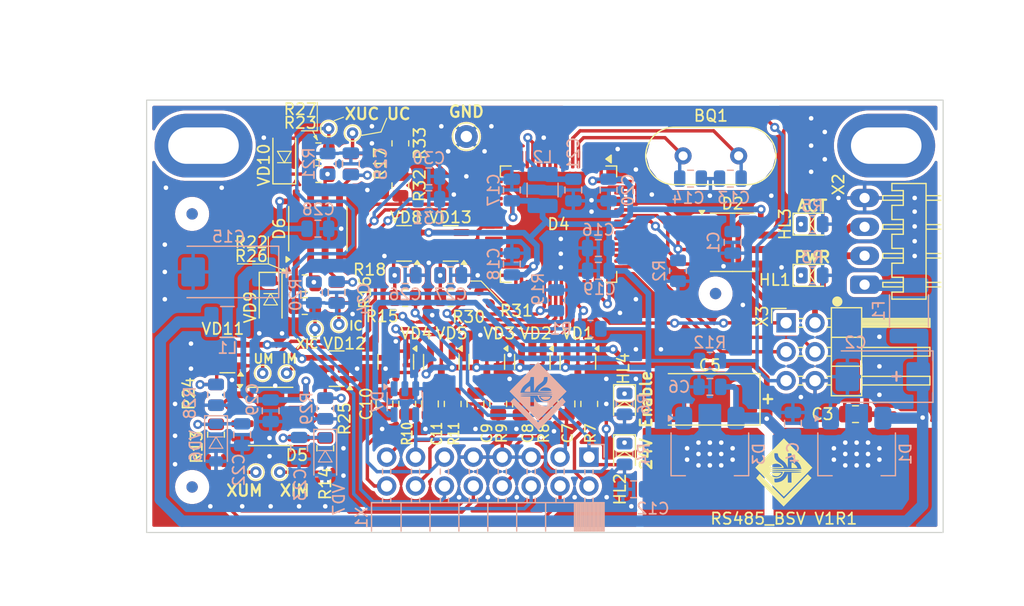
<source format=kicad_pcb>
(kicad_pcb
	(version 20240108)
	(generator "pcbnew")
	(generator_version "8.0")
	(general
		(thickness 1.6)
		(legacy_teardrops no)
	)
	(paper "A4")
	(layers
		(0 "F.Cu" signal)
		(31 "B.Cu" signal)
		(32 "B.Adhes" user "B.Adhesive")
		(33 "F.Adhes" user "F.Adhesive")
		(34 "B.Paste" user)
		(35 "F.Paste" user)
		(36 "B.SilkS" user "B.Silkscreen")
		(37 "F.SilkS" user "F.Silkscreen")
		(38 "B.Mask" user)
		(39 "F.Mask" user)
		(40 "Dwgs.User" user "User.Drawings")
		(41 "Cmts.User" user "User.Comments")
		(42 "Eco1.User" user "User.Eco1")
		(43 "Eco2.User" user "User.Eco2")
		(44 "Edge.Cuts" user)
		(45 "Margin" user)
		(46 "B.CrtYd" user "B.Courtyard")
		(47 "F.CrtYd" user "F.Courtyard")
		(48 "B.Fab" user)
		(49 "F.Fab" user)
		(50 "User.1" user)
		(51 "User.2" user)
		(52 "User.3" user)
		(53 "User.4" user)
		(54 "User.5" user)
		(55 "User.6" user)
		(56 "User.7" user)
		(57 "User.8" user)
		(58 "User.9" user)
	)
	(setup
		(pad_to_mask_clearance 0)
		(allow_soldermask_bridges_in_footprints no)
		(aux_axis_origin 30 63)
		(grid_origin 30 63)
		(pcbplotparams
			(layerselection 0x00010fc_ffffffff)
			(plot_on_all_layers_selection 0x0000000_00000000)
			(disableapertmacros no)
			(usegerberextensions no)
			(usegerberattributes no)
			(usegerberadvancedattributes no)
			(creategerberjobfile no)
			(dashed_line_dash_ratio 12.000000)
			(dashed_line_gap_ratio 3.000000)
			(svgprecision 4)
			(plotframeref no)
			(viasonmask no)
			(mode 1)
			(useauxorigin yes)
			(hpglpennumber 1)
			(hpglpenspeed 20)
			(hpglpendiameter 15.000000)
			(pdf_front_fp_property_popups yes)
			(pdf_back_fp_property_popups yes)
			(dxfpolygonmode yes)
			(dxfimperialunits yes)
			(dxfusepcbnewfont yes)
			(psnegative no)
			(psa4output no)
			(plotreference yes)
			(plotvalue no)
			(plotfptext yes)
			(plotinvisibletext no)
			(sketchpadsonfab no)
			(subtractmaskfromsilk yes)
			(outputformat 1)
			(mirror no)
			(drillshape 0)
			(scaleselection 1)
			(outputdirectory "gerbers/")
		)
	)
	(net 0 "")
	(net 1 "Net-(D4-PD0)")
	(net 2 "Net-(D4-PD1)")
	(net 3 "+3V3")
	(net 4 "GND")
	(net 5 "+12V")
	(net 6 "+5V")
	(net 7 "UA_RDY")
	(net 8 "XRAY_ON")
	(net 9 "NO_LINK")
	(net 10 "OVERLOAD")
	(net 11 "OVERHEAT")
	(net 12 "+12VA")
	(net 13 "+3.3VA")
	(net 14 "Net-(D5A-+)")
	(net 15 "Net-(D5B-+)")
	(net 16 "Net-(D6A-+)")
	(net 17 "Net-(D6B-+)")
	(net 18 "HV_24V")
	(net 19 "HV_15V")
	(net 20 "Net-(D2-B)")
	(net 21 "U1_RX")
	(net 22 "TXEN")
	(net 23 "Net-(D2-A)")
	(net 24 "U1_TX")
	(net 25 "SWO")
	(net 26 "unconnected-(D4-PC15-Pad4)")
	(net 27 "unconnected-(D4-PB4-Pad56)")
	(net 28 "unconnected-(D4-PB2-Pad28)")
	(net 29 "Ia_CTRL")
	(net 30 "SWCLK")
	(net 31 "unconnected-(D4-PC6-Pad37)")
	(net 32 "unconnected-(D4-PB9-Pad62)")
	(net 33 "unconnected-(D4-PC3-Pad11)")
	(net 34 "unconnected-(D4-PB10-Pad29)")
	(net 35 "unconnected-(D4-PC14-Pad3)")
	(net 36 "Net-(D4-PC10)")
	(net 37 "unconnected-(D4-PC0-Pad8)")
	(net 38 "RESET")
	(net 39 "unconnected-(D4-PB8-Pad61)")
	(net 40 "SWDIO")
	(net 41 "Net-(D4-PB14)")
	(net 42 "unconnected-(D4-PD2-Pad54)")
	(net 43 "Ua_MON")
	(net 44 "unconnected-(D4-PA1-Pad15)")
	(net 45 "unconnected-(D4-PA12-Pad45)")
	(net 46 "Net-(D4-PC11)")
	(net 47 "HV_ENABLE")
	(net 48 "unconnected-(D4-PB1-Pad27)")
	(net 49 "unconnected-(D4-PB0-Pad26)")
	(net 50 "unconnected-(D4-PC12-Pad53)")
	(net 51 "Ua_CTRL")
	(net 52 "unconnected-(D4-PC2-Pad10)")
	(net 53 "Net-(D4-PB12)")
	(net 54 "CONN")
	(net 55 "Ia_MON")
	(net 56 "Net-(D4-PA3)")
	(net 57 "unconnected-(D4-PC13-Pad2)")
	(net 58 "unconnected-(D4-PB11-Pad30)")
	(net 59 "LED_ACT")
	(net 60 "Net-(D4-PB15)")
	(net 61 "unconnected-(D4-PA15-Pad50)")
	(net 62 "Net-(D4-PA2)")
	(net 63 "Net-(D4-PB13)")
	(net 64 "unconnected-(D4-PA0-Pad14)")
	(net 65 "Net-(D5A--)")
	(net 66 "Net-(D5B--)")
	(net 67 "Net-(D6B--)")
	(net 68 "Net-(D6A--)")
	(net 69 "unconnected-(D7-NC-Pad1)")
	(net 70 "X_HV_ENABLE")
	(net 71 "Net-(X2-Pin_1)")
	(net 72 "Net-(HL1-K)")
	(net 73 "Net-(HL2-K)")
	(net 74 "X_HV_24V")
	(net 75 "Net-(HL3-K)")
	(net 76 "Net-(HL4-K)")
	(net 77 "/X_UA_RDY")
	(net 78 "/X_XRAY_ON")
	(net 79 "/X_NO_LINK")
	(net 80 "/X_OVERLOAD")
	(net 81 "/X_OVERHEAT")
	(net 82 "X_Ua_MON")
	(net 83 "X_Ia_MON")
	(net 84 "X_Ua_CTRL")
	(net 85 "X_Ia_CTRL")
	(net 86 "X_HV_15V")
	(net 87 "unconnected-(H1-Pad1)")
	(net 88 "unconnected-(H2-Pad1)")
	(net 89 "Net-(VD10-K)")
	(net 90 "Net-(VD9-K)")
	(footprint "Capacitor_SMD:C_0805_2012Metric" (layer "F.Cu") (at 54.9 51.7 -90))
	(footprint "Resistor_SMD:R_0805_2012Metric" (layer "F.Cu") (at 43.900001 41.1))
	(footprint "Resistor_SMD:R_0805_2012Metric" (layer "F.Cu") (at 52.3 28.8 90))
	(footprint "TestPoint:TestPoint_THTPad_D1.0mm_Drill0.5mm" (layer "F.Cu") (at 46.9 44.7 90))
	(footprint "Connector_PinHeader_2.54mm:PinHeader_2x03_P2.54mm_Horizontal" (layer "F.Cu") (at 86.2 44.575))
	(footprint "Resistor_SMD:R_0805_2012Metric" (layer "F.Cu") (at 56.72265 42.40235 180))
	(footprint "Capacitor_SMD:C_0805_2012Metric" (layer "F.Cu") (at 92.3 52.6 180))
	(footprint "Fiducial:Fiducial_1mm_Mask3mm" (layer "F.Cu") (at 80 42))
	(footprint "Resistor_SMD:R_0805_2012Metric" (layer "F.Cu") (at 52.72265 42.38985 180))
	(footprint "Ecohim:TestPoint_Pad_D0.8mm_no_circle" (layer "F.Cu") (at 61.2 29.7))
	(footprint "Package_TO_SOT_SMD:SOT-23" (layer "F.Cu") (at 67.9 48 -90))
	(footprint "Resistor_SMD:R_0805_2012Metric" (layer "F.Cu") (at 45.7 52.1 90))
	(footprint "Ecohim:TestPoint_Pad_D0.8mm_no_circle" (layer "F.Cu") (at 60.3 40.8))
	(footprint "TestPoint:TestPoint_THTPad_D1.0mm_Drill0.5mm" (layer "F.Cu") (at 40.2 49))
	(footprint "Resistor_SMD:R_0805_2012Metric" (layer "F.Cu") (at 43.900003 43.099999))
	(footprint "Package_TO_SOT_SMD:SOT-23" (layer "F.Cu") (at 63.9 48 -90))
	(footprint "Package_QFP:LQFP-64_10x10mm_P0.5mm" (layer "F.Cu") (at 66.2 35.9 -90))
	(footprint "TestPoint:TestPoint_THTPad_D1.0mm_Drill0.5mm" (layer "F.Cu") (at 41.7 57.7))
	(footprint "Resistor_SMD:R_0805_2012Metric" (layer "F.Cu") (at 60.9 51.7 90))
	(footprint "LED_SMD:LED_0805_2012Metric" (layer "F.Cu") (at 72 56.1 -90))
	(footprint "Resistor_SMD:R_0805_2012Metric" (layer "F.Cu") (at 68.9 51.7 90))
	(footprint "TestPoint:TestPoint_THTPad_D1.0mm_Drill0.5mm" (layer "F.Cu") (at 44.800002 45.1 90))
	(footprint "Resistor_SMD:R_0805_2012Metric" (layer "F.Cu") (at 52.9 51.7 90))
	(footprint "Ecohim:TestPoint_Pad_D0.8mm_no_circle" (layer "F.Cu") (at 59.2 41.8))
	(footprint "LED_SMD:LED_0805_2012Metric" (layer "F.Cu") (at 72 51.7 -90))
	(footprint "Package_TO_SOT_SMD:SOT-23" (layer "F.Cu") (at 55.9 48 -90))
	(footprint "TestPoint:TestPoint_THTPad_D1.0mm_Drill0.5mm" (layer "F.Cu") (at 39.6 57.7))
	(footprint "Ecohim:TestPoint_Pad_D0.8mm_no_circle" (layer "F.Cu") (at 61.3 41.8))
	(footprint "Diode_SMD:D_SOD-123" (layer "F.Cu") (at 42.100003 30 90))
	(footprint "Crystal:Crystal_HC49-4H_Vertical" (layer "F.Cu") (at 77.149999 29.9))
	(footprint "Resistor_SMD:R_0805_2012Metric" (layer "F.Cu") (at 52.722651 40.38985))
	(footprint "Ecohim:MountingHole_Slot_3.2mm_M3_Pad" (layer "F.Cu") (at 35 29 90))
	(footprint "Package_TO_SOT_SMD:SOT-23" (layer "F.Cu") (at 51.9 48 -90))
	(footprint "TestPoint:TestPoint_THTPad_D2.0mm_Drill1.0mm" (layer "F.Cu") (at 58.1 28.2))
	(footprint "Ecohim:MountingHole_Slot_3.2mm_M3_Pad" (layer "F.Cu") (at 95 29 90))
	(footprint "Ecohim:DS1070-4MR_WF-4RA_CONNFLY" (layer "F.Cu") (at 93.1 33.6 -90))
	(footprint "Ecohim:TestPoint_Pad_D0.8mm_no_circle" (layer "F.Cu") (at 60 30.9))
	(footprint "TestPoint:TestPoint_THTPad_D1.0mm_Drill0.5mm" (layer "F.Cu") (at 42.3 49))
	(footprint "Ecohim:TestPoint_Pad_D0.8mm_no_circle" (layer "F.Cu") (at 60.2 42.9))
	(footprint "LED_SMD:LED_0805_2012Metric" (layer "F.Cu") (at 88.5 40.4))
	(footprint "Fiducial:Fiducial_1mm_Mask3mm" (layer "F.Cu") (at 34 59))
	(footprint "Package_TO_SOT_SMD:SOT-23"
		(layer "F.Cu")
		(uuid "911e7df9-3165-4b65-afb3-8df8d6933ea8")
		(at 59.9 48 -90)
		(descr "SOT, 3 Pin (https://www.jedec.org/system/files/docs/to-236h.pdf variant AB), generated with kicad-footprint-generator ipc_gullwing_generator.py")
		(tags "SOT TO_SOT_SMD")
		(property "Reference" "VD3"
			(at -2.5 -1.1 180)
			(layer "F.SilkS")
			(uuid "d824a9aa-e7c1-4cbb-91da-700f027dcf11")
			(effects
				(font
					(size 1 1)
					(thickness 0.15)
				)
			)
		)
		(property "Value" "BAT54S"
			(at 0 2.4 90)
			(layer "F.Fab")
			(uuid "a41d9852-0b4e-4b2f-83d1-ad5e78166522")
			(effects
				(font
					(size 1 1)
					(thickness 0.15)
				)
			)
		)
		(property "Footprint" "Package_TO_SOT_SMD:SOT-23"
			(at 0 0 -90)
			(unlocked yes)
			(layer "F.Fab")
			(hide yes)
			(uuid "a3215d81-3b9f-442b-ad75-34526fb1f7e9")
			(effects
				(font
					(size 1.27 1.27)
					(thickness 0.15)
				)
			)
		)
		(property "Datasheet" "http://www.diodes.com/_files/datasheets/ds11005.pdf"
			(at 0 0 -90)
			(unlocked yes)
			(layer "F.Fab")
			(hide yes)
			(uuid "8a96bf62-ae86-4e46-b50a-657d68672817")
			(effects
				(font
					(size 1.27 1.27)
					(thickness 0.15)
				)
			)
		)
		(property "Description" "dual schottky barrier diode, in series"
			(at 0 0 -90)
			(unlocked yes)
			(layer "F.Fab")
			(hide yes)
			(uuid "51a38945-927a-44ba-907a-8579f284cd45")
			(effects
				(font
					(size 1.27 1.27)
					(thickness 0.15)
				)
			)
		)
		(property "Link" "https://www.chipdip.ru/product/bat54s-nxp"
			(at 0 0 -90)
			(unlocked yes)
			(layer "F.Fab")
			(hide yes)
			(uuid "876ce418-106e-43ed-8531-3c7c56568065")
			(effects
				(font
					(size 1 1)
					(thickness 0.15)
				)
			)
		)
		(property ki_fp_filters "SOT?23*")
		(path "/1a910bf6-5f2c-46c9-bcfc-02e0bc63a3d0")
		(sheetname "Root")
		(sheetfile "RS485_BSV_V1R1.kicad_sch")
		(attr smd)
		(fp_line
			(start 0 1.560001)
			(end -0.65 1.56)
			(stroke
				(width 0.12)
				(type solid)
			)
			(layer "F.SilkS")
			(uuid "1aefc03c-fccb-47ae-afc5-2ff6e3bae209")
		)
		(fp_line
			(start 0 1.560001)
			(end 0.65 1.56)
			(stroke
				(width 0.12)
				(type solid)
			)
			(layer "F.SilkS")
			(uuid "b93e7ced-f512-44e4-b011-148a0578ec02")
		)
		(fp_line
			(start 0 -1.560001)
			(end -0.65 -1.56)
			(stroke
				(width 0.12)
				(type solid)
			)
			(layer "F.SilkS")
			(uuid "36d46e02-2942-4eba-9477-a05364c04699")
		)
		(fp_line
			(start 0 -1.560001)
			(end 0.65 -1.56)
			(stroke
				(width 0.12)
				(type solid)
			)
			(layer "F.SilkS")
			(uuid "dca0e1c2-4631-4cad-8063-758823ac5d27")
		)
		(fp_poly
			(pts
				(xy -1.1625 -1.51) (xy -1.4025 -1.84) (xy -0.9225 -1.839999) (xy -1.1625 -1.51)
			)
			(stroke
				(width 0.12)
				(type solid)
			)
			(fill solid)
			(layer "F.SilkS")
			(uuid "f9cad5a7-ab63-485e-914b-09ace5aeed7d")
		)
		(fp_line
			(start -1.92 1.700001)
			(end 1.92 1.700001)
			(stroke
				(width 0.05)
				(type solid)
			)
			(layer "F.CrtYd")
			(uuid "b54bdd47-9602-44b4-bf6b-e5d316552634")
		)
		(fp_line
			(start 1.92 1.700001)
			(end 1.92 -1.700001)
			(stroke
				(width 0.05)
				(type solid)
			)
			(layer "F.CrtYd")
			(uuid "094810dc-9bc5-44b7-a797-c0f35339af68")
		)
		(fp_line
			(start -1.92 -1.700001)
			(end -1.92 1.700001)
			(stroke
				(width 0.05)
				(type solid)
			)
			(layer "F.CrtYd")
			(uuid "c540abe4-d27e-4bd2-87ac-79a0b753b026")
		)
		(fp_line
			(start 1.92 -1.700001)
			(end -1.92 -1.700001)
			(stroke
				(width 0.05)
				(type solid)
			)
			(layer "F.CrtYd")
			(uuid "46cf35ad-1317-488a-a473-d7fcbabf0172")
		)
		(fp_line
			(start -0.65 1.45)
			(end -0.65 -1.125001)
			(stroke
				(width 0.1)
				(type solid)
			)
			(layer "F.Fab")
			(uuid "a7d311d9-422c-47f8-ab6d-fe29d2297344")
		)
		(fp_line
			(start 0.65 1.45)
			(end -0.65 1.45)
			(stroke
				(width 0.1)
				(type solid)
			)
			(layer "F.Fab")
			(uuid "f786efe6-2897-4505-869c-a073cc0fd41c")
		)
		(fp_line
			(start -0.65 -1.125001)
			(end -0.325 -1.45)
			(stroke
				(width 0.1)
				(type solid)
			)
			(layer "F.Fab")
			(uuid "10d05b2e-3230-4379-a362-a741446edc7e")
		)
		(fp_line
			(start -0.325 -1.45)
			(end 0.65 -1.45)
			(stroke
				(width 0.1)
				(type solid)
			)
			(layer "F.Fab")
			(uuid "721b4168-4d63-4d76-8ce8-ba7b4d7955c2")
		)
		(fp_line
			(start 0.65 -1.45)
			(end 0.65 1.45)
			(stroke
				(width 0.1)
				(type solid)
			)
			(layer "F.Fab")
			(uuid "371ca178-a081-4bbc-9a53-2415fad9d409")
		)
		(fp_text user "${REFERENCE}"
			(at 0 0 90)
			(layer "F.Fab")
... [917611 chars truncated]
</source>
